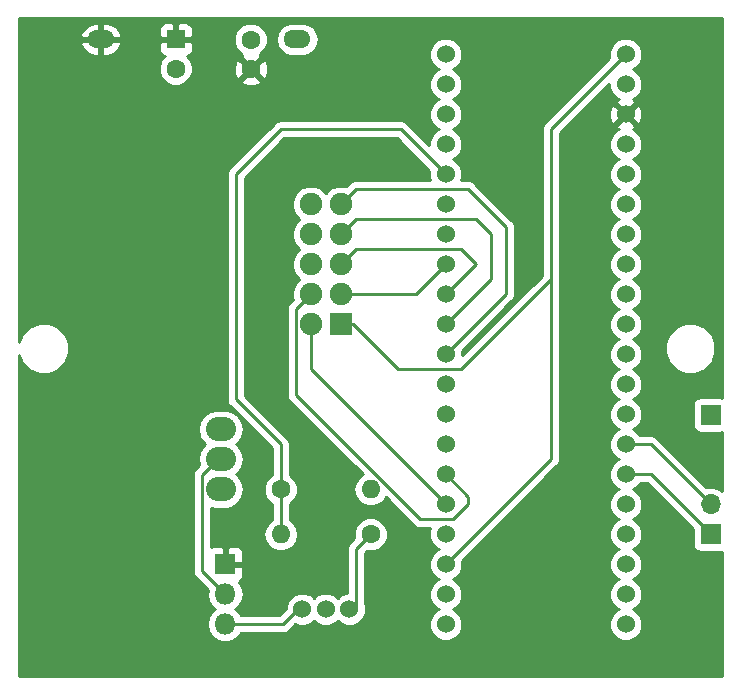
<source format=gbr>
G04 #@! TF.GenerationSoftware,KiCad,Pcbnew,(5.0.1-3-g963ef8bb5)*
G04 #@! TF.CreationDate,2019-02-08T10:03:46-05:00*
G04 #@! TF.ProjectId,STMaytal32v02,53544D617974616C33327630322E6B69,rev?*
G04 #@! TF.SameCoordinates,Original*
G04 #@! TF.FileFunction,Copper,L1,Top,Signal*
G04 #@! TF.FilePolarity,Positive*
%FSLAX46Y46*%
G04 Gerber Fmt 4.6, Leading zero omitted, Abs format (unit mm)*
G04 Created by KiCad (PCBNEW (5.0.1-3-g963ef8bb5)) date Friday, February 08, 2019 at 10:03:46 AM*
%MOMM*%
%LPD*%
G01*
G04 APERTURE LIST*
G04 #@! TA.AperFunction,ComponentPad*
%ADD10C,1.905000*%
G04 #@! TD*
G04 #@! TA.AperFunction,ComponentPad*
%ADD11R,1.905000X1.905000*%
G04 #@! TD*
G04 #@! TA.AperFunction,ComponentPad*
%ADD12C,1.600000*%
G04 #@! TD*
G04 #@! TA.AperFunction,ComponentPad*
%ADD13R,1.600000X1.600000*%
G04 #@! TD*
G04 #@! TA.AperFunction,ComponentPad*
%ADD14O,1.600000X1.600000*%
G04 #@! TD*
G04 #@! TA.AperFunction,ComponentPad*
%ADD15C,1.524000*%
G04 #@! TD*
G04 #@! TA.AperFunction,ComponentPad*
%ADD16O,2.540000X2.032000*%
G04 #@! TD*
G04 #@! TA.AperFunction,ComponentPad*
%ADD17O,1.800000X1.800000*%
G04 #@! TD*
G04 #@! TA.AperFunction,ComponentPad*
%ADD18R,1.800000X1.800000*%
G04 #@! TD*
G04 #@! TA.AperFunction,ComponentPad*
%ADD19R,1.700000X1.700000*%
G04 #@! TD*
G04 #@! TA.AperFunction,ComponentPad*
%ADD20O,1.700000X1.700000*%
G04 #@! TD*
G04 #@! TA.AperFunction,ComponentPad*
%ADD21O,2.286000X1.524000*%
G04 #@! TD*
G04 #@! TA.AperFunction,Conductor*
%ADD22C,0.250000*%
G04 #@! TD*
G04 #@! TA.AperFunction,Conductor*
%ADD23C,0.254000*%
G04 #@! TD*
G04 APERTURE END LIST*
D10*
G04 #@! TO.P,J2,2*
G04 #@! TO.N,EN*
X120650000Y-100330000D03*
G04 #@! TO.P,J2,4*
G04 #@! TO.N,G1-PSTAT*
X120650000Y-97790000D03*
G04 #@! TO.P,J2,6*
G04 #@! TO.N,RST*
X120650000Y-95250000D03*
G04 #@! TO.P,J2,8*
G04 #@! TO.N,MOSI-KEY*
X120650000Y-92710000D03*
G04 #@! TO.P,J2,10*
G04 #@! TO.N,GND*
X120650000Y-90170000D03*
D11*
G04 #@! TO.P,J2,1*
G04 #@! TO.N,VCC*
X123190000Y-100330000D03*
D10*
G04 #@! TO.P,J2,9*
G04 #@! TO.N,MISO-TX*
X123190000Y-90170000D03*
G04 #@! TO.P,J2,3*
G04 #@! TO.N,G0*
X123190000Y-97790000D03*
G04 #@! TO.P,J2,7*
G04 #@! TO.N,SCK-RX*
X123190000Y-92710000D03*
G04 #@! TO.P,J2,5*
G04 #@! TO.N,CS-RI*
X123190000Y-95250000D03*
G04 #@! TD*
D12*
G04 #@! TO.P,C1,2*
G04 #@! TO.N,GND*
X109220000Y-78700000D03*
D13*
G04 #@! TO.P,C1,1*
G04 #@! TO.N,VBAT*
X109220000Y-76200000D03*
G04 #@! TD*
D12*
G04 #@! TO.P,R1,1*
G04 #@! TO.N,Net-(J1-Pad3)*
X125730000Y-118110000D03*
D14*
G04 #@! TO.P,R1,2*
G04 #@! TO.N,PRESSURE*
X118110000Y-118110000D03*
G04 #@! TD*
G04 #@! TO.P,R2,2*
G04 #@! TO.N,GND*
X125730000Y-114300000D03*
D12*
G04 #@! TO.P,R2,1*
G04 #@! TO.N,PRESSURE*
X118110000Y-114300000D03*
G04 #@! TD*
D15*
G04 #@! TO.P,U1,1*
G04 #@! TO.N,Net-(U1-Pad1)*
X132080000Y-77470000D03*
G04 #@! TO.P,U1,2*
G04 #@! TO.N,Net-(U1-Pad2)*
X132080000Y-80010000D03*
G04 #@! TO.P,U1,3*
G04 #@! TO.N,Net-(U1-Pad3)*
X132080000Y-82550000D03*
G04 #@! TO.P,U1,4*
G04 #@! TO.N,Net-(U1-Pad4)*
X132080000Y-85090000D03*
G04 #@! TO.P,U1,10*
G04 #@! TO.N,PRESSURE*
X132080000Y-87630000D03*
G04 #@! TO.P,U1,11*
G04 #@! TO.N,Net-(U1-Pad11)*
X132080000Y-90170000D03*
G04 #@! TO.P,U1,12*
G04 #@! TO.N,Net-(U1-Pad12)*
X132080000Y-92710000D03*
G04 #@! TO.P,U1,13*
G04 #@! TO.N,G0*
X132080000Y-95250000D03*
G04 #@! TO.P,U1,14*
G04 #@! TO.N,CS-RI*
X132080000Y-97790000D03*
G04 #@! TO.P,U1,15*
G04 #@! TO.N,SCK-RX*
X132080000Y-100330000D03*
G04 #@! TO.P,U1,16*
G04 #@! TO.N,MISO-TX*
X132080000Y-102870000D03*
G04 #@! TO.P,U1,17*
G04 #@! TO.N,MOSI-KEY*
X132080000Y-105410000D03*
G04 #@! TO.P,U1,18*
G04 #@! TO.N,RST*
X132080000Y-107950000D03*
G04 #@! TO.P,U1,19*
G04 #@! TO.N,Q1_BASE*
X132080000Y-110490000D03*
G04 #@! TO.P,U1,21*
G04 #@! TO.N,G1-PSTAT*
X132080000Y-113030000D03*
G04 #@! TO.P,U1,22*
G04 #@! TO.N,EN*
X132080000Y-115570000D03*
G04 #@! TO.P,U1,7*
G04 #@! TO.N,Net-(U1-Pad7)*
X132080000Y-118110000D03*
G04 #@! TO.P,U1,3V3*
G04 #@! TO.N,VCC*
X132080000Y-120650000D03*
G04 #@! TO.P,U1,GND*
G04 #@! TO.N,GND*
X132080000Y-123190000D03*
X132080000Y-125730000D03*
G04 #@! TO.P,U1,3V3*
G04 #@! TO.N,VCC*
X147320000Y-77470000D03*
G04 #@! TO.P,U1,42*
G04 #@! TO.N,Net-(U1-Pad42)*
X147320000Y-92710000D03*
G04 #@! TO.P,U1,27*
G04 #@! TO.N,Net-(U1-Pad27)*
X147320000Y-120650000D03*
G04 #@! TO.P,U1,32*
G04 #@! TO.N,Net-(U1-Pad32)*
X147320000Y-107950000D03*
G04 #@! TO.P,U1,31*
G04 #@! TO.N,SERIAL1.RX*
X147320000Y-110490000D03*
G04 #@! TO.P,U1,33*
G04 #@! TO.N,Net-(U1-Pad33)*
X147320000Y-105410000D03*
G04 #@! TO.P,U1,38*
G04 #@! TO.N,N/C*
X147320000Y-102870000D03*
G04 #@! TO.P,U1,30*
G04 #@! TO.N,SERIAL1.TX*
X147320000Y-113030000D03*
G04 #@! TO.P,U1,28*
G04 #@! TO.N,Net-(U1-Pad28)*
X147320000Y-118110000D03*
G04 #@! TO.P,U1,26*
G04 #@! TO.N,Net-(U1-Pad26)*
X147320000Y-123190000D03*
G04 #@! TO.P,U1,41*
G04 #@! TO.N,Net-(U1-Pad41)*
X147320000Y-95250000D03*
G04 #@! TO.P,U1,40*
G04 #@! TO.N,Net-(U1-Pad40)*
X147320000Y-97790000D03*
G04 #@! TO.P,U1,29*
G04 #@! TO.N,Net-(U1-Pad29)*
X147320000Y-115570000D03*
G04 #@! TO.P,U1,46*
G04 #@! TO.N,Net-(U1-Pad46)*
X147320000Y-85090000D03*
G04 #@! TO.P,U1,45*
G04 #@! TO.N,Net-(U1-Pad45)*
X147320000Y-87630000D03*
G04 #@! TO.P,U1,5V*
G04 #@! TO.N,VBAT*
X147320000Y-82550000D03*
G04 #@! TO.P,U1,25*
G04 #@! TO.N,Net-(U1-Pad25)*
X147320000Y-125730000D03*
G04 #@! TO.P,U1,GND*
G04 #@! TO.N,GND*
X147320000Y-80010000D03*
G04 #@! TO.P,U1,43*
G04 #@! TO.N,Net-(U1-Pad43)*
X147320000Y-90170000D03*
G04 #@! TO.P,U1,39*
G04 #@! TO.N,Net-(U1-Pad39)*
X147320000Y-100330000D03*
G04 #@! TD*
D16*
G04 #@! TO.P,Q1,1*
G04 #@! TO.N,Q1_BASE*
X113030000Y-109220000D03*
G04 #@! TO.P,Q1,3*
G04 #@! TO.N,GND*
X113030000Y-114300000D03*
G04 #@! TO.P,Q1,2*
G04 #@! TO.N,Net-(Q1-Pad2)*
X113030000Y-111760000D03*
G04 #@! TD*
D17*
G04 #@! TO.P,U2,3*
G04 #@! TO.N,Net-(J1-Pad1)*
X113411000Y-125730000D03*
G04 #@! TO.P,U2,2*
G04 #@! TO.N,Net-(Q1-Pad2)*
X113411000Y-123190000D03*
D18*
G04 #@! TO.P,U2,1*
G04 #@! TO.N,VBAT*
X113411000Y-120650000D03*
G04 #@! TD*
D12*
G04 #@! TO.P,C2,2*
G04 #@! TO.N,GND*
X115570000Y-76240000D03*
G04 #@! TO.P,C2,1*
G04 #@! TO.N,VBAT*
X115570000Y-78740000D03*
G04 #@! TD*
D19*
G04 #@! TO.P,J3,1*
G04 #@! TO.N,GND*
X154500000Y-108000000D03*
G04 #@! TD*
D20*
G04 #@! TO.P,J4,2*
G04 #@! TO.N,SERIAL1.RX*
X154500000Y-115570000D03*
D19*
G04 #@! TO.P,J4,1*
G04 #@! TO.N,SERIAL1.TX*
X154500000Y-118110000D03*
G04 #@! TD*
D21*
G04 #@! TO.P,BT1,2*
G04 #@! TO.N,GND*
X119507000Y-76200000D03*
G04 #@! TO.P,BT1,1*
G04 #@! TO.N,VBAT*
X102870000Y-76200000D03*
G04 #@! TD*
D15*
G04 #@! TO.P,J1,2*
G04 #@! TO.N,GND*
X121920000Y-124460000D03*
G04 #@! TO.P,J1,1*
G04 #@! TO.N,Net-(J1-Pad1)*
X119920000Y-124460000D03*
G04 #@! TO.P,J1,3*
G04 #@! TO.N,Net-(J1-Pad3)*
X123920000Y-124460000D03*
G04 #@! TD*
D22*
G04 #@! TO.N,Net-(J1-Pad3)*
X124460000Y-119380000D02*
X125730000Y-118110000D01*
X124460000Y-124460000D02*
X124460000Y-119380000D01*
G04 #@! TO.N,Net-(J1-Pad1)*
X119380000Y-124610000D02*
X119380000Y-124460000D01*
X118260000Y-125730000D02*
X119380000Y-124610000D01*
X113411000Y-125730000D02*
X118260000Y-125730000D01*
G04 #@! TO.N,PRESSURE*
X118110000Y-118110000D02*
X118110000Y-114300000D01*
X118110000Y-114300000D02*
X118110000Y-110490000D01*
X118110000Y-110490000D02*
X114300000Y-106680000D01*
X114300000Y-106680000D02*
X114300000Y-87630000D01*
X114300000Y-87630000D02*
X118110000Y-83820000D01*
X128270000Y-83820000D02*
X132080000Y-87630000D01*
X118110000Y-83820000D02*
X128270000Y-83820000D01*
G04 #@! TO.N,G0*
X129540000Y-97790000D02*
X132080000Y-95250000D01*
X123190000Y-97790000D02*
X129540000Y-97790000D01*
G04 #@! TO.N,Net-(Q1-Pad2)*
X111434990Y-113101010D02*
X112776000Y-111760000D01*
X111434990Y-121213990D02*
X111434990Y-113101010D01*
X112776000Y-111760000D02*
X113030000Y-111760000D01*
X113411000Y-123190000D02*
X111434990Y-121213990D01*
G04 #@! TO.N,SCK-RX*
X123190000Y-92710000D02*
X124460000Y-91440000D01*
X124460000Y-91440000D02*
X134620000Y-91440000D01*
X134620000Y-91440000D02*
X135890000Y-92710000D01*
X135890000Y-96520000D02*
X132080000Y-100330000D01*
X135890000Y-92710000D02*
X135890000Y-96520000D01*
G04 #@! TO.N,MISO-TX*
X123190000Y-90170000D02*
X124460000Y-88900000D01*
X124460000Y-88900000D02*
X133350000Y-88900000D01*
X137160000Y-97790000D02*
X132080000Y-102870000D01*
X137160000Y-97790000D02*
X137160000Y-92075000D01*
X137160000Y-92075000D02*
X133985000Y-88900000D01*
X133985000Y-88900000D02*
X133350000Y-88900000D01*
G04 #@! TO.N,CS-RI*
X134620000Y-95250000D02*
X132080000Y-97790000D01*
X133350000Y-93980000D02*
X134620000Y-95250000D01*
X124460000Y-93980000D02*
X133350000Y-93980000D01*
X123190000Y-95250000D02*
X124460000Y-93980000D01*
G04 #@! TO.N,G1-PSTAT*
X119372499Y-106277497D02*
X129935002Y-116840000D01*
X119372499Y-99067501D02*
X119372499Y-106277497D01*
X120650000Y-97790000D02*
X119372499Y-99067501D01*
X129935002Y-116840000D02*
X132715000Y-116840000D01*
X132715000Y-116840000D02*
X133985000Y-115570000D01*
X133985000Y-114935000D02*
X132080000Y-113030000D01*
X133985000Y-115570000D02*
X133985000Y-114935000D01*
G04 #@! TO.N,EN*
X120650000Y-104140000D02*
X132080000Y-115570000D01*
X120650000Y-100330000D02*
X120650000Y-104140000D01*
G04 #@! TO.N,VCC*
X146558001Y-78231999D02*
X147320000Y-77470000D01*
X124202000Y-100330000D02*
X128012000Y-104140000D01*
X123190000Y-100330000D02*
X124202000Y-100330000D01*
X128012000Y-104140000D02*
X133350000Y-104140000D01*
X133350000Y-104140000D02*
X140970000Y-96520000D01*
X140970000Y-83820000D02*
X147320000Y-77470000D01*
X140970000Y-96520000D02*
X140970000Y-83820000D01*
X140970000Y-111760000D02*
X140970000Y-96520000D01*
X132080000Y-120650000D02*
X140970000Y-111760000D01*
G04 #@! TO.N,SERIAL1.RX*
X149420000Y-110490000D02*
X154500000Y-115570000D01*
X147320000Y-110490000D02*
X149420000Y-110490000D01*
G04 #@! TO.N,SERIAL1.TX*
X149420000Y-113030000D02*
X154500000Y-118110000D01*
X147320000Y-113030000D02*
X149420000Y-113030000D01*
G04 #@! TD*
D23*
G04 #@! TO.N,VBAT*
G36*
X155500001Y-106532397D02*
X155350000Y-106502560D01*
X153650000Y-106502560D01*
X153402235Y-106551843D01*
X153192191Y-106692191D01*
X153051843Y-106902235D01*
X153002560Y-107150000D01*
X153002560Y-108850000D01*
X153051843Y-109097765D01*
X153192191Y-109307809D01*
X153402235Y-109448157D01*
X153650000Y-109497440D01*
X155350000Y-109497440D01*
X155500001Y-109467603D01*
X155500001Y-114452185D01*
X155079418Y-114171161D01*
X154646256Y-114085000D01*
X154353744Y-114085000D01*
X154133593Y-114128791D01*
X150010331Y-110005530D01*
X149967929Y-109942071D01*
X149716537Y-109774096D01*
X149494852Y-109730000D01*
X149494847Y-109730000D01*
X149420000Y-109715112D01*
X149345153Y-109730000D01*
X148517300Y-109730000D01*
X148504320Y-109698663D01*
X148111337Y-109305680D01*
X147904487Y-109220000D01*
X148111337Y-109134320D01*
X148504320Y-108741337D01*
X148717000Y-108227881D01*
X148717000Y-107672119D01*
X148504320Y-107158663D01*
X148111337Y-106765680D01*
X147904487Y-106680000D01*
X148111337Y-106594320D01*
X148504320Y-106201337D01*
X148717000Y-105687881D01*
X148717000Y-105132119D01*
X148504320Y-104618663D01*
X148111337Y-104225680D01*
X147904487Y-104140000D01*
X148111337Y-104054320D01*
X148504320Y-103661337D01*
X148717000Y-103147881D01*
X148717000Y-102592119D01*
X148504320Y-102078663D01*
X148362979Y-101937322D01*
X150646000Y-101937322D01*
X150646000Y-102786678D01*
X150971034Y-103571380D01*
X151571620Y-104171966D01*
X152356322Y-104497000D01*
X153205678Y-104497000D01*
X153990380Y-104171966D01*
X154590966Y-103571380D01*
X154916000Y-102786678D01*
X154916000Y-101937322D01*
X154590966Y-101152620D01*
X153990380Y-100552034D01*
X153205678Y-100227000D01*
X152356322Y-100227000D01*
X151571620Y-100552034D01*
X150971034Y-101152620D01*
X150646000Y-101937322D01*
X148362979Y-101937322D01*
X148111337Y-101685680D01*
X147904487Y-101600000D01*
X148111337Y-101514320D01*
X148504320Y-101121337D01*
X148717000Y-100607881D01*
X148717000Y-100052119D01*
X148504320Y-99538663D01*
X148111337Y-99145680D01*
X147904487Y-99060000D01*
X148111337Y-98974320D01*
X148504320Y-98581337D01*
X148717000Y-98067881D01*
X148717000Y-97512119D01*
X148504320Y-96998663D01*
X148111337Y-96605680D01*
X147904487Y-96520000D01*
X148111337Y-96434320D01*
X148504320Y-96041337D01*
X148717000Y-95527881D01*
X148717000Y-94972119D01*
X148504320Y-94458663D01*
X148111337Y-94065680D01*
X147904487Y-93980000D01*
X148111337Y-93894320D01*
X148504320Y-93501337D01*
X148717000Y-92987881D01*
X148717000Y-92432119D01*
X148504320Y-91918663D01*
X148111337Y-91525680D01*
X147904487Y-91440000D01*
X148111337Y-91354320D01*
X148504320Y-90961337D01*
X148717000Y-90447881D01*
X148717000Y-89892119D01*
X148504320Y-89378663D01*
X148111337Y-88985680D01*
X147904487Y-88900000D01*
X148111337Y-88814320D01*
X148504320Y-88421337D01*
X148717000Y-87907881D01*
X148717000Y-87352119D01*
X148504320Y-86838663D01*
X148111337Y-86445680D01*
X147904487Y-86360000D01*
X148111337Y-86274320D01*
X148504320Y-85881337D01*
X148717000Y-85367881D01*
X148717000Y-84812119D01*
X148504320Y-84298663D01*
X148111337Y-83905680D01*
X147920353Y-83826572D01*
X148051143Y-83772397D01*
X148120608Y-83530213D01*
X147320000Y-82729605D01*
X146519392Y-83530213D01*
X146588857Y-83772397D01*
X146729393Y-83822535D01*
X146528663Y-83905680D01*
X146135680Y-84298663D01*
X145923000Y-84812119D01*
X145923000Y-85367881D01*
X146135680Y-85881337D01*
X146528663Y-86274320D01*
X146735513Y-86360000D01*
X146528663Y-86445680D01*
X146135680Y-86838663D01*
X145923000Y-87352119D01*
X145923000Y-87907881D01*
X146135680Y-88421337D01*
X146528663Y-88814320D01*
X146735513Y-88900000D01*
X146528663Y-88985680D01*
X146135680Y-89378663D01*
X145923000Y-89892119D01*
X145923000Y-90447881D01*
X146135680Y-90961337D01*
X146528663Y-91354320D01*
X146735513Y-91440000D01*
X146528663Y-91525680D01*
X146135680Y-91918663D01*
X145923000Y-92432119D01*
X145923000Y-92987881D01*
X146135680Y-93501337D01*
X146528663Y-93894320D01*
X146735513Y-93980000D01*
X146528663Y-94065680D01*
X146135680Y-94458663D01*
X145923000Y-94972119D01*
X145923000Y-95527881D01*
X146135680Y-96041337D01*
X146528663Y-96434320D01*
X146735513Y-96520000D01*
X146528663Y-96605680D01*
X146135680Y-96998663D01*
X145923000Y-97512119D01*
X145923000Y-98067881D01*
X146135680Y-98581337D01*
X146528663Y-98974320D01*
X146735513Y-99060000D01*
X146528663Y-99145680D01*
X146135680Y-99538663D01*
X145923000Y-100052119D01*
X145923000Y-100607881D01*
X146135680Y-101121337D01*
X146528663Y-101514320D01*
X146735513Y-101600000D01*
X146528663Y-101685680D01*
X146135680Y-102078663D01*
X145923000Y-102592119D01*
X145923000Y-103147881D01*
X146135680Y-103661337D01*
X146528663Y-104054320D01*
X146735513Y-104140000D01*
X146528663Y-104225680D01*
X146135680Y-104618663D01*
X145923000Y-105132119D01*
X145923000Y-105687881D01*
X146135680Y-106201337D01*
X146528663Y-106594320D01*
X146735513Y-106680000D01*
X146528663Y-106765680D01*
X146135680Y-107158663D01*
X145923000Y-107672119D01*
X145923000Y-108227881D01*
X146135680Y-108741337D01*
X146528663Y-109134320D01*
X146735513Y-109220000D01*
X146528663Y-109305680D01*
X146135680Y-109698663D01*
X145923000Y-110212119D01*
X145923000Y-110767881D01*
X146135680Y-111281337D01*
X146528663Y-111674320D01*
X146735513Y-111760000D01*
X146528663Y-111845680D01*
X146135680Y-112238663D01*
X145923000Y-112752119D01*
X145923000Y-113307881D01*
X146135680Y-113821337D01*
X146528663Y-114214320D01*
X146735513Y-114300000D01*
X146528663Y-114385680D01*
X146135680Y-114778663D01*
X145923000Y-115292119D01*
X145923000Y-115847881D01*
X146135680Y-116361337D01*
X146528663Y-116754320D01*
X146735513Y-116840000D01*
X146528663Y-116925680D01*
X146135680Y-117318663D01*
X145923000Y-117832119D01*
X145923000Y-118387881D01*
X146135680Y-118901337D01*
X146528663Y-119294320D01*
X146735513Y-119380000D01*
X146528663Y-119465680D01*
X146135680Y-119858663D01*
X145923000Y-120372119D01*
X145923000Y-120927881D01*
X146135680Y-121441337D01*
X146528663Y-121834320D01*
X146735513Y-121920000D01*
X146528663Y-122005680D01*
X146135680Y-122398663D01*
X145923000Y-122912119D01*
X145923000Y-123467881D01*
X146135680Y-123981337D01*
X146528663Y-124374320D01*
X146735513Y-124460000D01*
X146528663Y-124545680D01*
X146135680Y-124938663D01*
X145923000Y-125452119D01*
X145923000Y-126007881D01*
X146135680Y-126521337D01*
X146528663Y-126914320D01*
X147042119Y-127127000D01*
X147597881Y-127127000D01*
X148111337Y-126914320D01*
X148504320Y-126521337D01*
X148717000Y-126007881D01*
X148717000Y-125452119D01*
X148504320Y-124938663D01*
X148111337Y-124545680D01*
X147904487Y-124460000D01*
X148111337Y-124374320D01*
X148504320Y-123981337D01*
X148717000Y-123467881D01*
X148717000Y-122912119D01*
X148504320Y-122398663D01*
X148111337Y-122005680D01*
X147904487Y-121920000D01*
X148111337Y-121834320D01*
X148504320Y-121441337D01*
X148717000Y-120927881D01*
X148717000Y-120372119D01*
X148504320Y-119858663D01*
X148111337Y-119465680D01*
X147904487Y-119380000D01*
X148111337Y-119294320D01*
X148504320Y-118901337D01*
X148717000Y-118387881D01*
X148717000Y-117832119D01*
X148504320Y-117318663D01*
X148111337Y-116925680D01*
X147904487Y-116840000D01*
X148111337Y-116754320D01*
X148504320Y-116361337D01*
X148717000Y-115847881D01*
X148717000Y-115292119D01*
X148504320Y-114778663D01*
X148111337Y-114385680D01*
X147904487Y-114300000D01*
X148111337Y-114214320D01*
X148504320Y-113821337D01*
X148517300Y-113790000D01*
X149105199Y-113790000D01*
X153002560Y-117687362D01*
X153002560Y-118960000D01*
X153051843Y-119207765D01*
X153192191Y-119417809D01*
X153402235Y-119558157D01*
X153650000Y-119607440D01*
X155350000Y-119607440D01*
X155500001Y-119577603D01*
X155500001Y-130100000D01*
X95960000Y-130100000D01*
X95960000Y-113101010D01*
X110660102Y-113101010D01*
X110674991Y-113175862D01*
X110674990Y-121139143D01*
X110660102Y-121213990D01*
X110674990Y-121288837D01*
X110674990Y-121288841D01*
X110719086Y-121510526D01*
X110887061Y-121761919D01*
X110950520Y-121804321D01*
X111927269Y-122781071D01*
X111845928Y-123190000D01*
X111965062Y-123788927D01*
X112304327Y-124296673D01*
X112548763Y-124460000D01*
X112304327Y-124623327D01*
X111965062Y-125131073D01*
X111845928Y-125730000D01*
X111965062Y-126328927D01*
X112304327Y-126836673D01*
X112812073Y-127175938D01*
X113259818Y-127265000D01*
X113562182Y-127265000D01*
X114009927Y-127175938D01*
X114517673Y-126836673D01*
X114749312Y-126490000D01*
X118185153Y-126490000D01*
X118260000Y-126504888D01*
X118334847Y-126490000D01*
X118334852Y-126490000D01*
X118556537Y-126445904D01*
X118807929Y-126277929D01*
X118850331Y-126214470D01*
X119335010Y-125729792D01*
X119642119Y-125857000D01*
X120197881Y-125857000D01*
X120711337Y-125644320D01*
X120920000Y-125435657D01*
X121128663Y-125644320D01*
X121642119Y-125857000D01*
X122197881Y-125857000D01*
X122711337Y-125644320D01*
X122920000Y-125435657D01*
X123128663Y-125644320D01*
X123642119Y-125857000D01*
X124197881Y-125857000D01*
X124711337Y-125644320D01*
X125104320Y-125251337D01*
X125317000Y-124737881D01*
X125317000Y-124182119D01*
X125220000Y-123947940D01*
X125220000Y-119694801D01*
X125391698Y-119523103D01*
X125444561Y-119545000D01*
X126015439Y-119545000D01*
X126542862Y-119326534D01*
X126946534Y-118922862D01*
X127165000Y-118395439D01*
X127165000Y-117824561D01*
X126946534Y-117297138D01*
X126542862Y-116893466D01*
X126015439Y-116675000D01*
X125444561Y-116675000D01*
X124917138Y-116893466D01*
X124513466Y-117297138D01*
X124295000Y-117824561D01*
X124295000Y-118395439D01*
X124316897Y-118448302D01*
X123975528Y-118789671D01*
X123912072Y-118832071D01*
X123869672Y-118895527D01*
X123869671Y-118895528D01*
X123744097Y-119083463D01*
X123685112Y-119380000D01*
X123700001Y-119454852D01*
X123700000Y-123063000D01*
X123642119Y-123063000D01*
X123128663Y-123275680D01*
X122920000Y-123484343D01*
X122711337Y-123275680D01*
X122197881Y-123063000D01*
X121642119Y-123063000D01*
X121128663Y-123275680D01*
X120920000Y-123484343D01*
X120711337Y-123275680D01*
X120197881Y-123063000D01*
X119642119Y-123063000D01*
X119128663Y-123275680D01*
X118735680Y-123668663D01*
X118523000Y-124182119D01*
X118523000Y-124392198D01*
X117945199Y-124970000D01*
X114749312Y-124970000D01*
X114517673Y-124623327D01*
X114273237Y-124460000D01*
X114517673Y-124296673D01*
X114856938Y-123788927D01*
X114976072Y-123190000D01*
X114856938Y-122591073D01*
X114553462Y-122136888D01*
X114670699Y-122088327D01*
X114849327Y-121909698D01*
X114946000Y-121676309D01*
X114946000Y-120935750D01*
X114787250Y-120777000D01*
X113538000Y-120777000D01*
X113538000Y-120797000D01*
X113284000Y-120797000D01*
X113284000Y-120777000D01*
X113264000Y-120777000D01*
X113264000Y-120523000D01*
X113284000Y-120523000D01*
X113284000Y-119273750D01*
X113538000Y-119273750D01*
X113538000Y-120523000D01*
X114787250Y-120523000D01*
X114946000Y-120364250D01*
X114946000Y-119623691D01*
X114849327Y-119390302D01*
X114670699Y-119211673D01*
X114437310Y-119115000D01*
X113696750Y-119115000D01*
X113538000Y-119273750D01*
X113284000Y-119273750D01*
X113125250Y-119115000D01*
X112384690Y-119115000D01*
X112194990Y-119193576D01*
X112194990Y-115867775D01*
X112613391Y-115951000D01*
X113446609Y-115951000D01*
X113928188Y-115855208D01*
X114474305Y-115490305D01*
X114839208Y-114944188D01*
X114967345Y-114300000D01*
X114839208Y-113655812D01*
X114474305Y-113109695D01*
X114355033Y-113030000D01*
X114474305Y-112950305D01*
X114839208Y-112404188D01*
X114967345Y-111760000D01*
X114839208Y-111115812D01*
X114474305Y-110569695D01*
X114355033Y-110490000D01*
X114474305Y-110410305D01*
X114839208Y-109864188D01*
X114967345Y-109220000D01*
X114839208Y-108575812D01*
X114474305Y-108029695D01*
X113928188Y-107664792D01*
X113446609Y-107569000D01*
X112613391Y-107569000D01*
X112131812Y-107664792D01*
X111585695Y-108029695D01*
X111220792Y-108575812D01*
X111092655Y-109220000D01*
X111220792Y-109864188D01*
X111585695Y-110410305D01*
X111704967Y-110490000D01*
X111585695Y-110569695D01*
X111220792Y-111115812D01*
X111092655Y-111760000D01*
X111193619Y-112267580D01*
X110950518Y-112510681D01*
X110887062Y-112553081D01*
X110844662Y-112616537D01*
X110844661Y-112616538D01*
X110719087Y-112804473D01*
X110660102Y-113101010D01*
X95960000Y-113101010D01*
X95960000Y-102909803D01*
X96234034Y-103571380D01*
X96834620Y-104171966D01*
X97619322Y-104497000D01*
X98468678Y-104497000D01*
X99253380Y-104171966D01*
X99853966Y-103571380D01*
X100179000Y-102786678D01*
X100179000Y-101937322D01*
X99853966Y-101152620D01*
X99253380Y-100552034D01*
X98468678Y-100227000D01*
X97619322Y-100227000D01*
X96834620Y-100552034D01*
X96234034Y-101152620D01*
X95960000Y-101814197D01*
X95960000Y-87630000D01*
X113525112Y-87630000D01*
X113540001Y-87704852D01*
X113540000Y-106605153D01*
X113525112Y-106680000D01*
X113540000Y-106754847D01*
X113540000Y-106754851D01*
X113584096Y-106976536D01*
X113752071Y-107227929D01*
X113815530Y-107270331D01*
X117350001Y-110804803D01*
X117350000Y-113061570D01*
X117297138Y-113083466D01*
X116893466Y-113487138D01*
X116675000Y-114014561D01*
X116675000Y-114585439D01*
X116893466Y-115112862D01*
X117297138Y-115516534D01*
X117350001Y-115538430D01*
X117350000Y-116891956D01*
X117075423Y-117075423D01*
X116758260Y-117550091D01*
X116646887Y-118110000D01*
X116758260Y-118669909D01*
X117075423Y-119144577D01*
X117550091Y-119461740D01*
X117968667Y-119545000D01*
X118251333Y-119545000D01*
X118669909Y-119461740D01*
X119144577Y-119144577D01*
X119461740Y-118669909D01*
X119573113Y-118110000D01*
X119461740Y-117550091D01*
X119144577Y-117075423D01*
X118870000Y-116891957D01*
X118870000Y-115538430D01*
X118922862Y-115516534D01*
X119326534Y-115112862D01*
X119545000Y-114585439D01*
X119545000Y-114014561D01*
X119326534Y-113487138D01*
X118922862Y-113083466D01*
X118870000Y-113061570D01*
X118870000Y-110564848D01*
X118884888Y-110490000D01*
X118870000Y-110415152D01*
X118870000Y-110415148D01*
X118829615Y-110212119D01*
X118825904Y-110193462D01*
X118700329Y-110005527D01*
X118657929Y-109942071D01*
X118594473Y-109899671D01*
X115060000Y-106365199D01*
X115060000Y-87944801D01*
X118424802Y-84580000D01*
X127955199Y-84580000D01*
X130695980Y-87320782D01*
X130683000Y-87352119D01*
X130683000Y-87907881D01*
X130779147Y-88140000D01*
X124534846Y-88140000D01*
X124459999Y-88125112D01*
X124385152Y-88140000D01*
X124385148Y-88140000D01*
X124163463Y-88184096D01*
X123912071Y-88352071D01*
X123869671Y-88415527D01*
X123645020Y-88640178D01*
X123505773Y-88582500D01*
X122874227Y-88582500D01*
X122290753Y-88824182D01*
X121920000Y-89194935D01*
X121549247Y-88824182D01*
X120965773Y-88582500D01*
X120334227Y-88582500D01*
X119750753Y-88824182D01*
X119304182Y-89270753D01*
X119062500Y-89854227D01*
X119062500Y-90485773D01*
X119304182Y-91069247D01*
X119674935Y-91440000D01*
X119304182Y-91810753D01*
X119062500Y-92394227D01*
X119062500Y-93025773D01*
X119304182Y-93609247D01*
X119674935Y-93980000D01*
X119304182Y-94350753D01*
X119062500Y-94934227D01*
X119062500Y-95565773D01*
X119304182Y-96149247D01*
X119674935Y-96520000D01*
X119304182Y-96890753D01*
X119062500Y-97474227D01*
X119062500Y-98105773D01*
X119120178Y-98245021D01*
X118888029Y-98477170D01*
X118824570Y-98519572D01*
X118656595Y-98770965D01*
X118612499Y-98992650D01*
X118612499Y-98992654D01*
X118597611Y-99067501D01*
X118612499Y-99142348D01*
X118612500Y-106202645D01*
X118597611Y-106277497D01*
X118612500Y-106352349D01*
X118656596Y-106574034D01*
X118824571Y-106825426D01*
X118888027Y-106867826D01*
X125049222Y-113029022D01*
X124695423Y-113265423D01*
X124378260Y-113740091D01*
X124266887Y-114300000D01*
X124378260Y-114859909D01*
X124695423Y-115334577D01*
X125170091Y-115651740D01*
X125588667Y-115735000D01*
X125871333Y-115735000D01*
X126289909Y-115651740D01*
X126764577Y-115334577D01*
X127000978Y-114980778D01*
X129344673Y-117324473D01*
X129387073Y-117387929D01*
X129638465Y-117555904D01*
X129860150Y-117600000D01*
X129860155Y-117600000D01*
X129935002Y-117614888D01*
X130009849Y-117600000D01*
X130779147Y-117600000D01*
X130683000Y-117832119D01*
X130683000Y-118387881D01*
X130895680Y-118901337D01*
X131288663Y-119294320D01*
X131495513Y-119380000D01*
X131288663Y-119465680D01*
X130895680Y-119858663D01*
X130683000Y-120372119D01*
X130683000Y-120927881D01*
X130895680Y-121441337D01*
X131288663Y-121834320D01*
X131495513Y-121920000D01*
X131288663Y-122005680D01*
X130895680Y-122398663D01*
X130683000Y-122912119D01*
X130683000Y-123467881D01*
X130895680Y-123981337D01*
X131288663Y-124374320D01*
X131495513Y-124460000D01*
X131288663Y-124545680D01*
X130895680Y-124938663D01*
X130683000Y-125452119D01*
X130683000Y-126007881D01*
X130895680Y-126521337D01*
X131288663Y-126914320D01*
X131802119Y-127127000D01*
X132357881Y-127127000D01*
X132871337Y-126914320D01*
X133264320Y-126521337D01*
X133477000Y-126007881D01*
X133477000Y-125452119D01*
X133264320Y-124938663D01*
X132871337Y-124545680D01*
X132664487Y-124460000D01*
X132871337Y-124374320D01*
X133264320Y-123981337D01*
X133477000Y-123467881D01*
X133477000Y-122912119D01*
X133264320Y-122398663D01*
X132871337Y-122005680D01*
X132664487Y-121920000D01*
X132871337Y-121834320D01*
X133264320Y-121441337D01*
X133477000Y-120927881D01*
X133477000Y-120372119D01*
X133464020Y-120340781D01*
X141454473Y-112350329D01*
X141517929Y-112307929D01*
X141685904Y-112056537D01*
X141730000Y-111834852D01*
X141730000Y-111834848D01*
X141744888Y-111760000D01*
X141730000Y-111685152D01*
X141730000Y-96594848D01*
X141744888Y-96520001D01*
X141730000Y-96445154D01*
X141730000Y-84134801D01*
X143522499Y-82342302D01*
X145910856Y-82342302D01*
X145938638Y-82897368D01*
X146097603Y-83281143D01*
X146339787Y-83350608D01*
X147140395Y-82550000D01*
X147499605Y-82550000D01*
X148300213Y-83350608D01*
X148542397Y-83281143D01*
X148729144Y-82757698D01*
X148701362Y-82202632D01*
X148542397Y-81818857D01*
X148300213Y-81749392D01*
X147499605Y-82550000D01*
X147140395Y-82550000D01*
X146339787Y-81749392D01*
X146097603Y-81818857D01*
X145910856Y-82342302D01*
X143522499Y-82342302D01*
X145923000Y-79941802D01*
X145923000Y-80287881D01*
X146135680Y-80801337D01*
X146528663Y-81194320D01*
X146719647Y-81273428D01*
X146588857Y-81327603D01*
X146519392Y-81569787D01*
X147320000Y-82370395D01*
X148120608Y-81569787D01*
X148051143Y-81327603D01*
X147910607Y-81277465D01*
X148111337Y-81194320D01*
X148504320Y-80801337D01*
X148717000Y-80287881D01*
X148717000Y-79732119D01*
X148504320Y-79218663D01*
X148111337Y-78825680D01*
X147904487Y-78740000D01*
X148111337Y-78654320D01*
X148504320Y-78261337D01*
X148717000Y-77747881D01*
X148717000Y-77192119D01*
X148504320Y-76678663D01*
X148111337Y-76285680D01*
X147597881Y-76073000D01*
X147042119Y-76073000D01*
X146528663Y-76285680D01*
X146135680Y-76678663D01*
X145923000Y-77192119D01*
X145923000Y-77747881D01*
X145935980Y-77779218D01*
X140485528Y-83229671D01*
X140422072Y-83272071D01*
X140379672Y-83335527D01*
X140379671Y-83335528D01*
X140254097Y-83523463D01*
X140195112Y-83820000D01*
X140210001Y-83894852D01*
X140210000Y-96205197D01*
X133477000Y-102938199D01*
X133477000Y-102592119D01*
X133464020Y-102560782D01*
X137644473Y-98380329D01*
X137707929Y-98337929D01*
X137875904Y-98086537D01*
X137920000Y-97864852D01*
X137920000Y-97864847D01*
X137934888Y-97790000D01*
X137920000Y-97715153D01*
X137920000Y-92149846D01*
X137934888Y-92074999D01*
X137920000Y-92000152D01*
X137920000Y-92000148D01*
X137875904Y-91778463D01*
X137707929Y-91527071D01*
X137644473Y-91484671D01*
X134575331Y-88415530D01*
X134532929Y-88352071D01*
X134281537Y-88184096D01*
X134059852Y-88140000D01*
X134059847Y-88140000D01*
X133985000Y-88125112D01*
X133910153Y-88140000D01*
X133380853Y-88140000D01*
X133477000Y-87907881D01*
X133477000Y-87352119D01*
X133264320Y-86838663D01*
X132871337Y-86445680D01*
X132664487Y-86360000D01*
X132871337Y-86274320D01*
X133264320Y-85881337D01*
X133477000Y-85367881D01*
X133477000Y-84812119D01*
X133264320Y-84298663D01*
X132871337Y-83905680D01*
X132664487Y-83820000D01*
X132871337Y-83734320D01*
X133264320Y-83341337D01*
X133477000Y-82827881D01*
X133477000Y-82272119D01*
X133264320Y-81758663D01*
X132871337Y-81365680D01*
X132664487Y-81280000D01*
X132871337Y-81194320D01*
X133264320Y-80801337D01*
X133477000Y-80287881D01*
X133477000Y-79732119D01*
X133264320Y-79218663D01*
X132871337Y-78825680D01*
X132664487Y-78740000D01*
X132871337Y-78654320D01*
X133264320Y-78261337D01*
X133477000Y-77747881D01*
X133477000Y-77192119D01*
X133264320Y-76678663D01*
X132871337Y-76285680D01*
X132357881Y-76073000D01*
X131802119Y-76073000D01*
X131288663Y-76285680D01*
X130895680Y-76678663D01*
X130683000Y-77192119D01*
X130683000Y-77747881D01*
X130895680Y-78261337D01*
X131288663Y-78654320D01*
X131495513Y-78740000D01*
X131288663Y-78825680D01*
X130895680Y-79218663D01*
X130683000Y-79732119D01*
X130683000Y-80287881D01*
X130895680Y-80801337D01*
X131288663Y-81194320D01*
X131495513Y-81280000D01*
X131288663Y-81365680D01*
X130895680Y-81758663D01*
X130683000Y-82272119D01*
X130683000Y-82827881D01*
X130895680Y-83341337D01*
X131288663Y-83734320D01*
X131495513Y-83820000D01*
X131288663Y-83905680D01*
X130895680Y-84298663D01*
X130683000Y-84812119D01*
X130683000Y-85158199D01*
X128860331Y-83335530D01*
X128817929Y-83272071D01*
X128566537Y-83104096D01*
X128344852Y-83060000D01*
X128344847Y-83060000D01*
X128270000Y-83045112D01*
X128195153Y-83060000D01*
X118184848Y-83060000D01*
X118110000Y-83045112D01*
X118035152Y-83060000D01*
X118035148Y-83060000D01*
X117861605Y-83094520D01*
X117813462Y-83104096D01*
X117626418Y-83229076D01*
X117562071Y-83272071D01*
X117519671Y-83335527D01*
X113815528Y-87039671D01*
X113752072Y-87082071D01*
X113709672Y-87145527D01*
X113709671Y-87145528D01*
X113584097Y-87333463D01*
X113525112Y-87630000D01*
X95960000Y-87630000D01*
X95960000Y-76543070D01*
X101134780Y-76543070D01*
X101149740Y-76617277D01*
X101411370Y-77098026D01*
X101837059Y-77442059D01*
X102362000Y-77597000D01*
X102743000Y-77597000D01*
X102743000Y-76327000D01*
X102997000Y-76327000D01*
X102997000Y-77597000D01*
X103378000Y-77597000D01*
X103902941Y-77442059D01*
X104328630Y-77098026D01*
X104590260Y-76617277D01*
X104605220Y-76543070D01*
X104572723Y-76485750D01*
X107785000Y-76485750D01*
X107785000Y-77126309D01*
X107881673Y-77359698D01*
X108060301Y-77538327D01*
X108266759Y-77623845D01*
X108003466Y-77887138D01*
X107785000Y-78414561D01*
X107785000Y-78985439D01*
X108003466Y-79512862D01*
X108407138Y-79916534D01*
X108934561Y-80135000D01*
X109505439Y-80135000D01*
X110032862Y-79916534D01*
X110201651Y-79747745D01*
X114741861Y-79747745D01*
X114815995Y-79993864D01*
X115353223Y-80186965D01*
X115923454Y-80159778D01*
X116324005Y-79993864D01*
X116398139Y-79747745D01*
X115570000Y-78919605D01*
X114741861Y-79747745D01*
X110201651Y-79747745D01*
X110436534Y-79512862D01*
X110655000Y-78985439D01*
X110655000Y-78523223D01*
X114123035Y-78523223D01*
X114150222Y-79093454D01*
X114316136Y-79494005D01*
X114562255Y-79568139D01*
X115390395Y-78740000D01*
X115749605Y-78740000D01*
X116577745Y-79568139D01*
X116823864Y-79494005D01*
X117016965Y-78956777D01*
X116989778Y-78386546D01*
X116823864Y-77985995D01*
X116577745Y-77911861D01*
X115749605Y-78740000D01*
X115390395Y-78740000D01*
X114562255Y-77911861D01*
X114316136Y-77985995D01*
X114123035Y-78523223D01*
X110655000Y-78523223D01*
X110655000Y-78414561D01*
X110436534Y-77887138D01*
X110173241Y-77623845D01*
X110379699Y-77538327D01*
X110558327Y-77359698D01*
X110655000Y-77126309D01*
X110655000Y-76485750D01*
X110496250Y-76327000D01*
X109347000Y-76327000D01*
X109347000Y-76347000D01*
X109093000Y-76347000D01*
X109093000Y-76327000D01*
X107943750Y-76327000D01*
X107785000Y-76485750D01*
X104572723Y-76485750D01*
X104482720Y-76327000D01*
X102997000Y-76327000D01*
X102743000Y-76327000D01*
X101257280Y-76327000D01*
X101134780Y-76543070D01*
X95960000Y-76543070D01*
X95960000Y-75856930D01*
X101134780Y-75856930D01*
X101257280Y-76073000D01*
X102743000Y-76073000D01*
X102743000Y-74803000D01*
X102997000Y-74803000D01*
X102997000Y-76073000D01*
X104482720Y-76073000D01*
X104605220Y-75856930D01*
X104590260Y-75782723D01*
X104328630Y-75301974D01*
X104293635Y-75273691D01*
X107785000Y-75273691D01*
X107785000Y-75914250D01*
X107943750Y-76073000D01*
X109093000Y-76073000D01*
X109093000Y-74923750D01*
X109347000Y-74923750D01*
X109347000Y-76073000D01*
X110496250Y-76073000D01*
X110614689Y-75954561D01*
X114135000Y-75954561D01*
X114135000Y-76525439D01*
X114353466Y-77052862D01*
X114757138Y-77456534D01*
X114822299Y-77483525D01*
X114815995Y-77486136D01*
X114741861Y-77732255D01*
X115570000Y-78560395D01*
X116398139Y-77732255D01*
X116324005Y-77486136D01*
X116317254Y-77483710D01*
X116382862Y-77456534D01*
X116786534Y-77052862D01*
X117005000Y-76525439D01*
X117005000Y-76200000D01*
X117701632Y-76200000D01*
X117810056Y-76745082D01*
X118118820Y-77207180D01*
X118580918Y-77515944D01*
X118988412Y-77597000D01*
X120025588Y-77597000D01*
X120433082Y-77515944D01*
X120895180Y-77207180D01*
X121203944Y-76745082D01*
X121312368Y-76200000D01*
X121203944Y-75654918D01*
X120895180Y-75192820D01*
X120433082Y-74884056D01*
X120025588Y-74803000D01*
X118988412Y-74803000D01*
X118580918Y-74884056D01*
X118118820Y-75192820D01*
X117810056Y-75654918D01*
X117701632Y-76200000D01*
X117005000Y-76200000D01*
X117005000Y-75954561D01*
X116786534Y-75427138D01*
X116382862Y-75023466D01*
X115855439Y-74805000D01*
X115284561Y-74805000D01*
X114757138Y-75023466D01*
X114353466Y-75427138D01*
X114135000Y-75954561D01*
X110614689Y-75954561D01*
X110655000Y-75914250D01*
X110655000Y-75273691D01*
X110558327Y-75040302D01*
X110379699Y-74861673D01*
X110146310Y-74765000D01*
X109505750Y-74765000D01*
X109347000Y-74923750D01*
X109093000Y-74923750D01*
X108934250Y-74765000D01*
X108293690Y-74765000D01*
X108060301Y-74861673D01*
X107881673Y-75040302D01*
X107785000Y-75273691D01*
X104293635Y-75273691D01*
X103902941Y-74957941D01*
X103378000Y-74803000D01*
X102997000Y-74803000D01*
X102743000Y-74803000D01*
X102362000Y-74803000D01*
X101837059Y-74957941D01*
X101411370Y-75301974D01*
X101149740Y-75782723D01*
X101134780Y-75856930D01*
X95960000Y-75856930D01*
X95960000Y-74370000D01*
X155500000Y-74370000D01*
X155500001Y-106532397D01*
X155500001Y-106532397D01*
G37*
X155500001Y-106532397D02*
X155350000Y-106502560D01*
X153650000Y-106502560D01*
X153402235Y-106551843D01*
X153192191Y-106692191D01*
X153051843Y-106902235D01*
X153002560Y-107150000D01*
X153002560Y-108850000D01*
X153051843Y-109097765D01*
X153192191Y-109307809D01*
X153402235Y-109448157D01*
X153650000Y-109497440D01*
X155350000Y-109497440D01*
X155500001Y-109467603D01*
X155500001Y-114452185D01*
X155079418Y-114171161D01*
X154646256Y-114085000D01*
X154353744Y-114085000D01*
X154133593Y-114128791D01*
X150010331Y-110005530D01*
X149967929Y-109942071D01*
X149716537Y-109774096D01*
X149494852Y-109730000D01*
X149494847Y-109730000D01*
X149420000Y-109715112D01*
X149345153Y-109730000D01*
X148517300Y-109730000D01*
X148504320Y-109698663D01*
X148111337Y-109305680D01*
X147904487Y-109220000D01*
X148111337Y-109134320D01*
X148504320Y-108741337D01*
X148717000Y-108227881D01*
X148717000Y-107672119D01*
X148504320Y-107158663D01*
X148111337Y-106765680D01*
X147904487Y-106680000D01*
X148111337Y-106594320D01*
X148504320Y-106201337D01*
X148717000Y-105687881D01*
X148717000Y-105132119D01*
X148504320Y-104618663D01*
X148111337Y-104225680D01*
X147904487Y-104140000D01*
X148111337Y-104054320D01*
X148504320Y-103661337D01*
X148717000Y-103147881D01*
X148717000Y-102592119D01*
X148504320Y-102078663D01*
X148362979Y-101937322D01*
X150646000Y-101937322D01*
X150646000Y-102786678D01*
X150971034Y-103571380D01*
X151571620Y-104171966D01*
X152356322Y-104497000D01*
X153205678Y-104497000D01*
X153990380Y-104171966D01*
X154590966Y-103571380D01*
X154916000Y-102786678D01*
X154916000Y-101937322D01*
X154590966Y-101152620D01*
X153990380Y-100552034D01*
X153205678Y-100227000D01*
X152356322Y-100227000D01*
X151571620Y-100552034D01*
X150971034Y-101152620D01*
X150646000Y-101937322D01*
X148362979Y-101937322D01*
X148111337Y-101685680D01*
X147904487Y-101600000D01*
X148111337Y-101514320D01*
X148504320Y-101121337D01*
X148717000Y-100607881D01*
X148717000Y-100052119D01*
X148504320Y-99538663D01*
X148111337Y-99145680D01*
X147904487Y-99060000D01*
X148111337Y-98974320D01*
X148504320Y-98581337D01*
X148717000Y-98067881D01*
X148717000Y-97512119D01*
X148504320Y-96998663D01*
X148111337Y-96605680D01*
X147904487Y-96520000D01*
X148111337Y-96434320D01*
X148504320Y-96041337D01*
X148717000Y-95527881D01*
X148717000Y-94972119D01*
X148504320Y-94458663D01*
X148111337Y-94065680D01*
X147904487Y-93980000D01*
X148111337Y-93894320D01*
X148504320Y-93501337D01*
X148717000Y-92987881D01*
X148717000Y-92432119D01*
X148504320Y-91918663D01*
X148111337Y-91525680D01*
X147904487Y-91440000D01*
X148111337Y-91354320D01*
X148504320Y-90961337D01*
X148717000Y-90447881D01*
X148717000Y-89892119D01*
X148504320Y-89378663D01*
X148111337Y-88985680D01*
X147904487Y-88900000D01*
X148111337Y-88814320D01*
X148504320Y-88421337D01*
X148717000Y-87907881D01*
X148717000Y-87352119D01*
X148504320Y-86838663D01*
X148111337Y-86445680D01*
X147904487Y-86360000D01*
X148111337Y-86274320D01*
X148504320Y-85881337D01*
X148717000Y-85367881D01*
X148717000Y-84812119D01*
X148504320Y-84298663D01*
X148111337Y-83905680D01*
X147920353Y-83826572D01*
X148051143Y-83772397D01*
X148120608Y-83530213D01*
X147320000Y-82729605D01*
X146519392Y-83530213D01*
X146588857Y-83772397D01*
X146729393Y-83822535D01*
X146528663Y-83905680D01*
X146135680Y-84298663D01*
X145923000Y-84812119D01*
X145923000Y-85367881D01*
X146135680Y-85881337D01*
X146528663Y-86274320D01*
X146735513Y-86360000D01*
X146528663Y-86445680D01*
X146135680Y-86838663D01*
X145923000Y-87352119D01*
X145923000Y-87907881D01*
X146135680Y-88421337D01*
X146528663Y-88814320D01*
X146735513Y-88900000D01*
X146528663Y-88985680D01*
X146135680Y-89378663D01*
X145923000Y-89892119D01*
X145923000Y-90447881D01*
X146135680Y-90961337D01*
X146528663Y-91354320D01*
X146735513Y-91440000D01*
X146528663Y-91525680D01*
X146135680Y-91918663D01*
X145923000Y-92432119D01*
X145923000Y-92987881D01*
X146135680Y-93501337D01*
X146528663Y-93894320D01*
X146735513Y-93980000D01*
X146528663Y-94065680D01*
X146135680Y-94458663D01*
X145923000Y-94972119D01*
X145923000Y-95527881D01*
X146135680Y-96041337D01*
X146528663Y-96434320D01*
X146735513Y-96520000D01*
X146528663Y-96605680D01*
X146135680Y-96998663D01*
X145923000Y-97512119D01*
X145923000Y-98067881D01*
X146135680Y-98581337D01*
X146528663Y-98974320D01*
X146735513Y-99060000D01*
X146528663Y-99145680D01*
X146135680Y-99538663D01*
X145923000Y-100052119D01*
X145923000Y-100607881D01*
X146135680Y-101121337D01*
X146528663Y-101514320D01*
X146735513Y-101600000D01*
X146528663Y-101685680D01*
X146135680Y-102078663D01*
X145923000Y-102592119D01*
X145923000Y-103147881D01*
X146135680Y-103661337D01*
X146528663Y-104054320D01*
X146735513Y-104140000D01*
X146528663Y-104225680D01*
X146135680Y-104618663D01*
X145923000Y-105132119D01*
X145923000Y-105687881D01*
X146135680Y-106201337D01*
X146528663Y-106594320D01*
X146735513Y-106680000D01*
X146528663Y-106765680D01*
X146135680Y-107158663D01*
X145923000Y-107672119D01*
X145923000Y-108227881D01*
X146135680Y-108741337D01*
X146528663Y-109134320D01*
X146735513Y-109220000D01*
X146528663Y-109305680D01*
X146135680Y-109698663D01*
X145923000Y-110212119D01*
X145923000Y-110767881D01*
X146135680Y-111281337D01*
X146528663Y-111674320D01*
X146735513Y-111760000D01*
X146528663Y-111845680D01*
X146135680Y-112238663D01*
X145923000Y-112752119D01*
X145923000Y-113307881D01*
X146135680Y-113821337D01*
X146528663Y-114214320D01*
X146735513Y-114300000D01*
X146528663Y-114385680D01*
X146135680Y-114778663D01*
X145923000Y-115292119D01*
X145923000Y-115847881D01*
X146135680Y-116361337D01*
X146528663Y-116754320D01*
X146735513Y-116840000D01*
X146528663Y-116925680D01*
X146135680Y-117318663D01*
X145923000Y-117832119D01*
X145923000Y-118387881D01*
X146135680Y-118901337D01*
X146528663Y-119294320D01*
X146735513Y-119380000D01*
X146528663Y-119465680D01*
X146135680Y-119858663D01*
X145923000Y-120372119D01*
X145923000Y-120927881D01*
X146135680Y-121441337D01*
X146528663Y-121834320D01*
X146735513Y-121920000D01*
X146528663Y-122005680D01*
X146135680Y-122398663D01*
X145923000Y-122912119D01*
X145923000Y-123467881D01*
X146135680Y-123981337D01*
X146528663Y-124374320D01*
X146735513Y-124460000D01*
X146528663Y-124545680D01*
X146135680Y-124938663D01*
X145923000Y-125452119D01*
X145923000Y-126007881D01*
X146135680Y-126521337D01*
X146528663Y-126914320D01*
X147042119Y-127127000D01*
X147597881Y-127127000D01*
X148111337Y-126914320D01*
X148504320Y-126521337D01*
X148717000Y-126007881D01*
X148717000Y-125452119D01*
X148504320Y-124938663D01*
X148111337Y-124545680D01*
X147904487Y-124460000D01*
X148111337Y-124374320D01*
X148504320Y-123981337D01*
X148717000Y-123467881D01*
X148717000Y-122912119D01*
X148504320Y-122398663D01*
X148111337Y-122005680D01*
X147904487Y-121920000D01*
X148111337Y-121834320D01*
X148504320Y-121441337D01*
X148717000Y-120927881D01*
X148717000Y-120372119D01*
X148504320Y-119858663D01*
X148111337Y-119465680D01*
X147904487Y-119380000D01*
X148111337Y-119294320D01*
X148504320Y-118901337D01*
X148717000Y-118387881D01*
X148717000Y-117832119D01*
X148504320Y-117318663D01*
X148111337Y-116925680D01*
X147904487Y-116840000D01*
X148111337Y-116754320D01*
X148504320Y-116361337D01*
X148717000Y-115847881D01*
X148717000Y-115292119D01*
X148504320Y-114778663D01*
X148111337Y-114385680D01*
X147904487Y-114300000D01*
X148111337Y-114214320D01*
X148504320Y-113821337D01*
X148517300Y-113790000D01*
X149105199Y-113790000D01*
X153002560Y-117687362D01*
X153002560Y-118960000D01*
X153051843Y-119207765D01*
X153192191Y-119417809D01*
X153402235Y-119558157D01*
X153650000Y-119607440D01*
X155350000Y-119607440D01*
X155500001Y-119577603D01*
X155500001Y-130100000D01*
X95960000Y-130100000D01*
X95960000Y-113101010D01*
X110660102Y-113101010D01*
X110674991Y-113175862D01*
X110674990Y-121139143D01*
X110660102Y-121213990D01*
X110674990Y-121288837D01*
X110674990Y-121288841D01*
X110719086Y-121510526D01*
X110887061Y-121761919D01*
X110950520Y-121804321D01*
X111927269Y-122781071D01*
X111845928Y-123190000D01*
X111965062Y-123788927D01*
X112304327Y-124296673D01*
X112548763Y-124460000D01*
X112304327Y-124623327D01*
X111965062Y-125131073D01*
X111845928Y-125730000D01*
X111965062Y-126328927D01*
X112304327Y-126836673D01*
X112812073Y-127175938D01*
X113259818Y-127265000D01*
X113562182Y-127265000D01*
X114009927Y-127175938D01*
X114517673Y-126836673D01*
X114749312Y-126490000D01*
X118185153Y-126490000D01*
X118260000Y-126504888D01*
X118334847Y-126490000D01*
X118334852Y-126490000D01*
X118556537Y-126445904D01*
X118807929Y-126277929D01*
X118850331Y-126214470D01*
X119335010Y-125729792D01*
X119642119Y-125857000D01*
X120197881Y-125857000D01*
X120711337Y-125644320D01*
X120920000Y-125435657D01*
X121128663Y-125644320D01*
X121642119Y-125857000D01*
X122197881Y-125857000D01*
X122711337Y-125644320D01*
X122920000Y-125435657D01*
X123128663Y-125644320D01*
X123642119Y-125857000D01*
X124197881Y-125857000D01*
X124711337Y-125644320D01*
X125104320Y-125251337D01*
X125317000Y-124737881D01*
X125317000Y-124182119D01*
X125220000Y-123947940D01*
X125220000Y-119694801D01*
X125391698Y-119523103D01*
X125444561Y-119545000D01*
X126015439Y-119545000D01*
X126542862Y-119326534D01*
X126946534Y-118922862D01*
X127165000Y-118395439D01*
X127165000Y-117824561D01*
X126946534Y-117297138D01*
X126542862Y-116893466D01*
X126015439Y-116675000D01*
X125444561Y-116675000D01*
X124917138Y-116893466D01*
X124513466Y-117297138D01*
X124295000Y-117824561D01*
X124295000Y-118395439D01*
X124316897Y-118448302D01*
X123975528Y-118789671D01*
X123912072Y-118832071D01*
X123869672Y-118895527D01*
X123869671Y-118895528D01*
X123744097Y-119083463D01*
X123685112Y-119380000D01*
X123700001Y-119454852D01*
X123700000Y-123063000D01*
X123642119Y-123063000D01*
X123128663Y-123275680D01*
X122920000Y-123484343D01*
X122711337Y-123275680D01*
X122197881Y-123063000D01*
X121642119Y-123063000D01*
X121128663Y-123275680D01*
X120920000Y-123484343D01*
X120711337Y-123275680D01*
X120197881Y-123063000D01*
X119642119Y-123063000D01*
X119128663Y-123275680D01*
X118735680Y-123668663D01*
X118523000Y-124182119D01*
X118523000Y-124392198D01*
X117945199Y-124970000D01*
X114749312Y-124970000D01*
X114517673Y-124623327D01*
X114273237Y-124460000D01*
X114517673Y-124296673D01*
X114856938Y-123788927D01*
X114976072Y-123190000D01*
X114856938Y-122591073D01*
X114553462Y-122136888D01*
X114670699Y-122088327D01*
X114849327Y-121909698D01*
X114946000Y-121676309D01*
X114946000Y-120935750D01*
X114787250Y-120777000D01*
X113538000Y-120777000D01*
X113538000Y-120797000D01*
X113284000Y-120797000D01*
X113284000Y-120777000D01*
X113264000Y-120777000D01*
X113264000Y-120523000D01*
X113284000Y-120523000D01*
X113284000Y-119273750D01*
X113538000Y-119273750D01*
X113538000Y-120523000D01*
X114787250Y-120523000D01*
X114946000Y-120364250D01*
X114946000Y-119623691D01*
X114849327Y-119390302D01*
X114670699Y-119211673D01*
X114437310Y-119115000D01*
X113696750Y-119115000D01*
X113538000Y-119273750D01*
X113284000Y-119273750D01*
X113125250Y-119115000D01*
X112384690Y-119115000D01*
X112194990Y-119193576D01*
X112194990Y-115867775D01*
X112613391Y-115951000D01*
X113446609Y-115951000D01*
X113928188Y-115855208D01*
X114474305Y-115490305D01*
X114839208Y-114944188D01*
X114967345Y-114300000D01*
X114839208Y-113655812D01*
X114474305Y-113109695D01*
X114355033Y-113030000D01*
X114474305Y-112950305D01*
X114839208Y-112404188D01*
X114967345Y-111760000D01*
X114839208Y-111115812D01*
X114474305Y-110569695D01*
X114355033Y-110490000D01*
X114474305Y-110410305D01*
X114839208Y-109864188D01*
X114967345Y-109220000D01*
X114839208Y-108575812D01*
X114474305Y-108029695D01*
X113928188Y-107664792D01*
X113446609Y-107569000D01*
X112613391Y-107569000D01*
X112131812Y-107664792D01*
X111585695Y-108029695D01*
X111220792Y-108575812D01*
X111092655Y-109220000D01*
X111220792Y-109864188D01*
X111585695Y-110410305D01*
X111704967Y-110490000D01*
X111585695Y-110569695D01*
X111220792Y-111115812D01*
X111092655Y-111760000D01*
X111193619Y-112267580D01*
X110950518Y-112510681D01*
X110887062Y-112553081D01*
X110844662Y-112616537D01*
X110844661Y-112616538D01*
X110719087Y-112804473D01*
X110660102Y-113101010D01*
X95960000Y-113101010D01*
X95960000Y-102909803D01*
X96234034Y-103571380D01*
X96834620Y-104171966D01*
X97619322Y-104497000D01*
X98468678Y-104497000D01*
X99253380Y-104171966D01*
X99853966Y-103571380D01*
X100179000Y-102786678D01*
X100179000Y-101937322D01*
X99853966Y-101152620D01*
X99253380Y-100552034D01*
X98468678Y-100227000D01*
X97619322Y-100227000D01*
X96834620Y-100552034D01*
X96234034Y-101152620D01*
X95960000Y-101814197D01*
X95960000Y-87630000D01*
X113525112Y-87630000D01*
X113540001Y-87704852D01*
X113540000Y-106605153D01*
X113525112Y-106680000D01*
X113540000Y-106754847D01*
X113540000Y-106754851D01*
X113584096Y-106976536D01*
X113752071Y-107227929D01*
X113815530Y-107270331D01*
X117350001Y-110804803D01*
X117350000Y-113061570D01*
X117297138Y-113083466D01*
X116893466Y-113487138D01*
X116675000Y-114014561D01*
X116675000Y-114585439D01*
X116893466Y-115112862D01*
X117297138Y-115516534D01*
X117350001Y-115538430D01*
X117350000Y-116891956D01*
X117075423Y-117075423D01*
X116758260Y-117550091D01*
X116646887Y-118110000D01*
X116758260Y-118669909D01*
X117075423Y-119144577D01*
X117550091Y-119461740D01*
X117968667Y-119545000D01*
X118251333Y-119545000D01*
X118669909Y-119461740D01*
X119144577Y-119144577D01*
X119461740Y-118669909D01*
X119573113Y-118110000D01*
X119461740Y-117550091D01*
X119144577Y-117075423D01*
X118870000Y-116891957D01*
X118870000Y-115538430D01*
X118922862Y-115516534D01*
X119326534Y-115112862D01*
X119545000Y-114585439D01*
X119545000Y-114014561D01*
X119326534Y-113487138D01*
X118922862Y-113083466D01*
X118870000Y-113061570D01*
X118870000Y-110564848D01*
X118884888Y-110490000D01*
X118870000Y-110415152D01*
X118870000Y-110415148D01*
X118829615Y-110212119D01*
X118825904Y-110193462D01*
X118700329Y-110005527D01*
X118657929Y-109942071D01*
X118594473Y-109899671D01*
X115060000Y-106365199D01*
X115060000Y-87944801D01*
X118424802Y-84580000D01*
X127955199Y-84580000D01*
X130695980Y-87320782D01*
X130683000Y-87352119D01*
X130683000Y-87907881D01*
X130779147Y-88140000D01*
X124534846Y-88140000D01*
X124459999Y-88125112D01*
X124385152Y-88140000D01*
X124385148Y-88140000D01*
X124163463Y-88184096D01*
X123912071Y-88352071D01*
X123869671Y-88415527D01*
X123645020Y-88640178D01*
X123505773Y-88582500D01*
X122874227Y-88582500D01*
X122290753Y-88824182D01*
X121920000Y-89194935D01*
X121549247Y-88824182D01*
X120965773Y-88582500D01*
X120334227Y-88582500D01*
X119750753Y-88824182D01*
X119304182Y-89270753D01*
X119062500Y-89854227D01*
X119062500Y-90485773D01*
X119304182Y-91069247D01*
X119674935Y-91440000D01*
X119304182Y-91810753D01*
X119062500Y-92394227D01*
X119062500Y-93025773D01*
X119304182Y-93609247D01*
X119674935Y-93980000D01*
X119304182Y-94350753D01*
X119062500Y-94934227D01*
X119062500Y-95565773D01*
X119304182Y-96149247D01*
X119674935Y-96520000D01*
X119304182Y-96890753D01*
X119062500Y-97474227D01*
X119062500Y-98105773D01*
X119120178Y-98245021D01*
X118888029Y-98477170D01*
X118824570Y-98519572D01*
X118656595Y-98770965D01*
X118612499Y-98992650D01*
X118612499Y-98992654D01*
X118597611Y-99067501D01*
X118612499Y-99142348D01*
X118612500Y-106202645D01*
X118597611Y-106277497D01*
X118612500Y-106352349D01*
X118656596Y-106574034D01*
X118824571Y-106825426D01*
X118888027Y-106867826D01*
X125049222Y-113029022D01*
X124695423Y-113265423D01*
X124378260Y-113740091D01*
X124266887Y-114300000D01*
X124378260Y-114859909D01*
X124695423Y-115334577D01*
X125170091Y-115651740D01*
X125588667Y-115735000D01*
X125871333Y-115735000D01*
X126289909Y-115651740D01*
X126764577Y-115334577D01*
X127000978Y-114980778D01*
X129344673Y-117324473D01*
X129387073Y-117387929D01*
X129638465Y-117555904D01*
X129860150Y-117600000D01*
X129860155Y-117600000D01*
X129935002Y-117614888D01*
X130009849Y-117600000D01*
X130779147Y-117600000D01*
X130683000Y-117832119D01*
X130683000Y-118387881D01*
X130895680Y-118901337D01*
X131288663Y-119294320D01*
X131495513Y-119380000D01*
X131288663Y-119465680D01*
X130895680Y-119858663D01*
X130683000Y-120372119D01*
X130683000Y-120927881D01*
X130895680Y-121441337D01*
X131288663Y-121834320D01*
X131495513Y-121920000D01*
X131288663Y-122005680D01*
X130895680Y-122398663D01*
X130683000Y-122912119D01*
X130683000Y-123467881D01*
X130895680Y-123981337D01*
X131288663Y-124374320D01*
X131495513Y-124460000D01*
X131288663Y-124545680D01*
X130895680Y-124938663D01*
X130683000Y-125452119D01*
X130683000Y-126007881D01*
X130895680Y-126521337D01*
X131288663Y-126914320D01*
X131802119Y-127127000D01*
X132357881Y-127127000D01*
X132871337Y-126914320D01*
X133264320Y-126521337D01*
X133477000Y-126007881D01*
X133477000Y-125452119D01*
X133264320Y-124938663D01*
X132871337Y-124545680D01*
X132664487Y-124460000D01*
X132871337Y-124374320D01*
X133264320Y-123981337D01*
X133477000Y-123467881D01*
X133477000Y-122912119D01*
X133264320Y-122398663D01*
X132871337Y-122005680D01*
X132664487Y-121920000D01*
X132871337Y-121834320D01*
X133264320Y-121441337D01*
X133477000Y-120927881D01*
X133477000Y-120372119D01*
X133464020Y-120340781D01*
X141454473Y-112350329D01*
X141517929Y-112307929D01*
X141685904Y-112056537D01*
X141730000Y-111834852D01*
X141730000Y-111834848D01*
X141744888Y-111760000D01*
X141730000Y-111685152D01*
X141730000Y-96594848D01*
X141744888Y-96520001D01*
X141730000Y-96445154D01*
X141730000Y-84134801D01*
X143522499Y-82342302D01*
X145910856Y-82342302D01*
X145938638Y-82897368D01*
X146097603Y-83281143D01*
X146339787Y-83350608D01*
X147140395Y-82550000D01*
X147499605Y-82550000D01*
X148300213Y-83350608D01*
X148542397Y-83281143D01*
X148729144Y-82757698D01*
X148701362Y-82202632D01*
X148542397Y-81818857D01*
X148300213Y-81749392D01*
X147499605Y-82550000D01*
X147140395Y-82550000D01*
X146339787Y-81749392D01*
X146097603Y-81818857D01*
X145910856Y-82342302D01*
X143522499Y-82342302D01*
X145923000Y-79941802D01*
X145923000Y-80287881D01*
X146135680Y-80801337D01*
X146528663Y-81194320D01*
X146719647Y-81273428D01*
X146588857Y-81327603D01*
X146519392Y-81569787D01*
X147320000Y-82370395D01*
X148120608Y-81569787D01*
X148051143Y-81327603D01*
X147910607Y-81277465D01*
X148111337Y-81194320D01*
X148504320Y-80801337D01*
X148717000Y-80287881D01*
X148717000Y-79732119D01*
X148504320Y-79218663D01*
X148111337Y-78825680D01*
X147904487Y-78740000D01*
X148111337Y-78654320D01*
X148504320Y-78261337D01*
X148717000Y-77747881D01*
X148717000Y-77192119D01*
X148504320Y-76678663D01*
X148111337Y-76285680D01*
X147597881Y-76073000D01*
X147042119Y-76073000D01*
X146528663Y-76285680D01*
X146135680Y-76678663D01*
X145923000Y-77192119D01*
X145923000Y-77747881D01*
X145935980Y-77779218D01*
X140485528Y-83229671D01*
X140422072Y-83272071D01*
X140379672Y-83335527D01*
X140379671Y-83335528D01*
X140254097Y-83523463D01*
X140195112Y-83820000D01*
X140210001Y-83894852D01*
X140210000Y-96205197D01*
X133477000Y-102938199D01*
X133477000Y-102592119D01*
X133464020Y-102560782D01*
X137644473Y-98380329D01*
X137707929Y-98337929D01*
X137875904Y-98086537D01*
X137920000Y-97864852D01*
X137920000Y-97864847D01*
X137934888Y-97790000D01*
X137920000Y-97715153D01*
X137920000Y-92149846D01*
X137934888Y-92074999D01*
X137920000Y-92000152D01*
X137920000Y-92000148D01*
X137875904Y-91778463D01*
X137707929Y-91527071D01*
X137644473Y-91484671D01*
X134575331Y-88415530D01*
X134532929Y-88352071D01*
X134281537Y-88184096D01*
X134059852Y-88140000D01*
X134059847Y-88140000D01*
X133985000Y-88125112D01*
X133910153Y-88140000D01*
X133380853Y-88140000D01*
X133477000Y-87907881D01*
X133477000Y-87352119D01*
X133264320Y-86838663D01*
X132871337Y-86445680D01*
X132664487Y-86360000D01*
X132871337Y-86274320D01*
X133264320Y-85881337D01*
X133477000Y-85367881D01*
X133477000Y-84812119D01*
X133264320Y-84298663D01*
X132871337Y-83905680D01*
X132664487Y-83820000D01*
X132871337Y-83734320D01*
X133264320Y-83341337D01*
X133477000Y-82827881D01*
X133477000Y-82272119D01*
X133264320Y-81758663D01*
X132871337Y-81365680D01*
X132664487Y-81280000D01*
X132871337Y-81194320D01*
X133264320Y-80801337D01*
X133477000Y-80287881D01*
X133477000Y-79732119D01*
X133264320Y-79218663D01*
X132871337Y-78825680D01*
X132664487Y-78740000D01*
X132871337Y-78654320D01*
X133264320Y-78261337D01*
X133477000Y-77747881D01*
X133477000Y-77192119D01*
X133264320Y-76678663D01*
X132871337Y-76285680D01*
X132357881Y-76073000D01*
X131802119Y-76073000D01*
X131288663Y-76285680D01*
X130895680Y-76678663D01*
X130683000Y-77192119D01*
X130683000Y-77747881D01*
X130895680Y-78261337D01*
X131288663Y-78654320D01*
X131495513Y-78740000D01*
X131288663Y-78825680D01*
X130895680Y-79218663D01*
X130683000Y-79732119D01*
X130683000Y-80287881D01*
X130895680Y-80801337D01*
X131288663Y-81194320D01*
X131495513Y-81280000D01*
X131288663Y-81365680D01*
X130895680Y-81758663D01*
X130683000Y-82272119D01*
X130683000Y-82827881D01*
X130895680Y-83341337D01*
X131288663Y-83734320D01*
X131495513Y-83820000D01*
X131288663Y-83905680D01*
X130895680Y-84298663D01*
X130683000Y-84812119D01*
X130683000Y-85158199D01*
X128860331Y-83335530D01*
X128817929Y-83272071D01*
X128566537Y-83104096D01*
X128344852Y-83060000D01*
X128344847Y-83060000D01*
X128270000Y-83045112D01*
X128195153Y-83060000D01*
X118184848Y-83060000D01*
X118110000Y-83045112D01*
X118035152Y-83060000D01*
X118035148Y-83060000D01*
X117861605Y-83094520D01*
X117813462Y-83104096D01*
X117626418Y-83229076D01*
X117562071Y-83272071D01*
X117519671Y-83335527D01*
X113815528Y-87039671D01*
X113752072Y-87082071D01*
X113709672Y-87145527D01*
X113709671Y-87145528D01*
X113584097Y-87333463D01*
X113525112Y-87630000D01*
X95960000Y-87630000D01*
X95960000Y-76543070D01*
X101134780Y-76543070D01*
X101149740Y-76617277D01*
X101411370Y-77098026D01*
X101837059Y-77442059D01*
X102362000Y-77597000D01*
X102743000Y-77597000D01*
X102743000Y-76327000D01*
X102997000Y-76327000D01*
X102997000Y-77597000D01*
X103378000Y-77597000D01*
X103902941Y-77442059D01*
X104328630Y-77098026D01*
X104590260Y-76617277D01*
X104605220Y-76543070D01*
X104572723Y-76485750D01*
X107785000Y-76485750D01*
X107785000Y-77126309D01*
X107881673Y-77359698D01*
X108060301Y-77538327D01*
X108266759Y-77623845D01*
X108003466Y-77887138D01*
X107785000Y-78414561D01*
X107785000Y-78985439D01*
X108003466Y-79512862D01*
X108407138Y-79916534D01*
X108934561Y-80135000D01*
X109505439Y-80135000D01*
X110032862Y-79916534D01*
X110201651Y-79747745D01*
X114741861Y-79747745D01*
X114815995Y-79993864D01*
X115353223Y-80186965D01*
X115923454Y-80159778D01*
X116324005Y-79993864D01*
X116398139Y-79747745D01*
X115570000Y-78919605D01*
X114741861Y-79747745D01*
X110201651Y-79747745D01*
X110436534Y-79512862D01*
X110655000Y-78985439D01*
X110655000Y-78523223D01*
X114123035Y-78523223D01*
X114150222Y-79093454D01*
X114316136Y-79494005D01*
X114562255Y-79568139D01*
X115390395Y-78740000D01*
X115749605Y-78740000D01*
X116577745Y-79568139D01*
X116823864Y-79494005D01*
X117016965Y-78956777D01*
X116989778Y-78386546D01*
X116823864Y-77985995D01*
X116577745Y-77911861D01*
X115749605Y-78740000D01*
X115390395Y-78740000D01*
X114562255Y-77911861D01*
X114316136Y-77985995D01*
X114123035Y-78523223D01*
X110655000Y-78523223D01*
X110655000Y-78414561D01*
X110436534Y-77887138D01*
X110173241Y-77623845D01*
X110379699Y-77538327D01*
X110558327Y-77359698D01*
X110655000Y-77126309D01*
X110655000Y-76485750D01*
X110496250Y-76327000D01*
X109347000Y-76327000D01*
X109347000Y-76347000D01*
X109093000Y-76347000D01*
X109093000Y-76327000D01*
X107943750Y-76327000D01*
X107785000Y-76485750D01*
X104572723Y-76485750D01*
X104482720Y-76327000D01*
X102997000Y-76327000D01*
X102743000Y-76327000D01*
X101257280Y-76327000D01*
X101134780Y-76543070D01*
X95960000Y-76543070D01*
X95960000Y-75856930D01*
X101134780Y-75856930D01*
X101257280Y-76073000D01*
X102743000Y-76073000D01*
X102743000Y-74803000D01*
X102997000Y-74803000D01*
X102997000Y-76073000D01*
X104482720Y-76073000D01*
X104605220Y-75856930D01*
X104590260Y-75782723D01*
X104328630Y-75301974D01*
X104293635Y-75273691D01*
X107785000Y-75273691D01*
X107785000Y-75914250D01*
X107943750Y-76073000D01*
X109093000Y-76073000D01*
X109093000Y-74923750D01*
X109347000Y-74923750D01*
X109347000Y-76073000D01*
X110496250Y-76073000D01*
X110614689Y-75954561D01*
X114135000Y-75954561D01*
X114135000Y-76525439D01*
X114353466Y-77052862D01*
X114757138Y-77456534D01*
X114822299Y-77483525D01*
X114815995Y-77486136D01*
X114741861Y-77732255D01*
X115570000Y-78560395D01*
X116398139Y-77732255D01*
X116324005Y-77486136D01*
X116317254Y-77483710D01*
X116382862Y-77456534D01*
X116786534Y-77052862D01*
X117005000Y-76525439D01*
X117005000Y-76200000D01*
X117701632Y-76200000D01*
X117810056Y-76745082D01*
X118118820Y-77207180D01*
X118580918Y-77515944D01*
X118988412Y-77597000D01*
X120025588Y-77597000D01*
X120433082Y-77515944D01*
X120895180Y-77207180D01*
X121203944Y-76745082D01*
X121312368Y-76200000D01*
X121203944Y-75654918D01*
X120895180Y-75192820D01*
X120433082Y-74884056D01*
X120025588Y-74803000D01*
X118988412Y-74803000D01*
X118580918Y-74884056D01*
X118118820Y-75192820D01*
X117810056Y-75654918D01*
X117701632Y-76200000D01*
X117005000Y-76200000D01*
X117005000Y-75954561D01*
X116786534Y-75427138D01*
X116382862Y-75023466D01*
X115855439Y-74805000D01*
X115284561Y-74805000D01*
X114757138Y-75023466D01*
X114353466Y-75427138D01*
X114135000Y-75954561D01*
X110614689Y-75954561D01*
X110655000Y-75914250D01*
X110655000Y-75273691D01*
X110558327Y-75040302D01*
X110379699Y-74861673D01*
X110146310Y-74765000D01*
X109505750Y-74765000D01*
X109347000Y-74923750D01*
X109093000Y-74923750D01*
X108934250Y-74765000D01*
X108293690Y-74765000D01*
X108060301Y-74861673D01*
X107881673Y-75040302D01*
X107785000Y-75273691D01*
X104293635Y-75273691D01*
X103902941Y-74957941D01*
X103378000Y-74803000D01*
X102997000Y-74803000D01*
X102743000Y-74803000D01*
X102362000Y-74803000D01*
X101837059Y-74957941D01*
X101411370Y-75301974D01*
X101149740Y-75782723D01*
X101134780Y-75856930D01*
X95960000Y-75856930D01*
X95960000Y-74370000D01*
X155500000Y-74370000D01*
X155500001Y-106532397D01*
G04 #@! TD*
M02*

</source>
